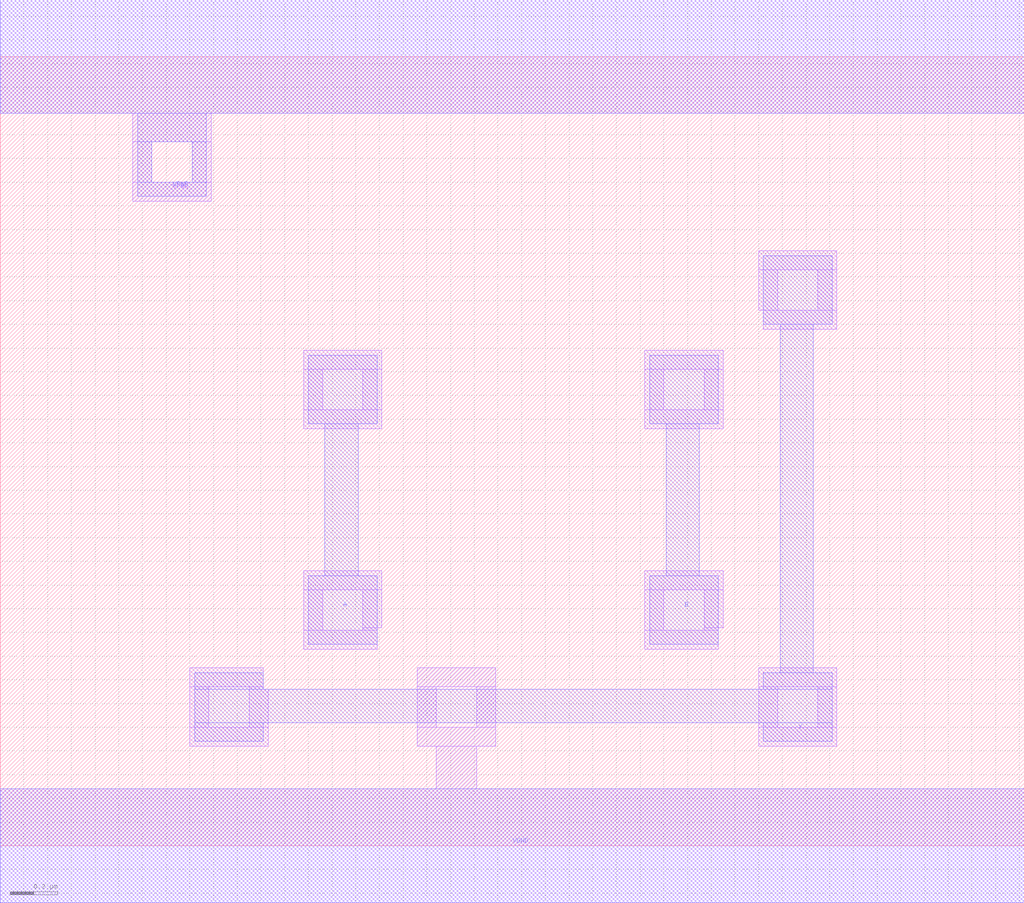
<source format=lef>
VERSION 5.7 ;
  NOWIREEXTENSIONATPIN ON ;
  DIVIDERCHAR "/" ;
  BUSBITCHARS "[]" ;
MACRO NOR2X1
  CLASS CORE ;
  FOREIGN NOR2X1 ;
  ORIGIN 0.000 0.000 ;
  SIZE 4.320 BY 3.330 ;
  SYMMETRY X Y R90 ;
  SITE unit ;
  PIN VPWR
    DIRECTION INOUT ;
    USE POWER ;
    SHAPE ABUTMENT ;
    PORT
      LAYER met1 ;
        RECT 0.000 3.090 4.320 3.570 ;
        RECT 0.580 2.970 0.870 3.090 ;
        RECT 0.580 2.800 0.640 2.970 ;
        RECT 0.810 2.800 0.870 2.970 ;
        RECT 0.580 2.740 0.870 2.800 ;
    END
    PORT
      LAYER li1 ;
        RECT 0.000 3.090 4.320 3.570 ;
        RECT 0.560 2.970 0.890 3.090 ;
        RECT 0.560 2.800 0.640 2.970 ;
        RECT 0.810 2.800 0.890 2.970 ;
        RECT 0.560 2.720 0.890 2.800 ;
    END
  END VPWR
  PIN VGND
    DIRECTION INOUT ;
    USE GROUND ;
    SHAPE ABUTMENT ;
    PORT
      LAYER met1 ;
        RECT 0.000 -0.240 4.320 0.240 ;
    END
    PORT
      LAYER li1 ;
        RECT 1.760 0.670 2.090 0.750 ;
        RECT 1.760 0.500 1.840 0.670 ;
        RECT 2.010 0.500 2.090 0.670 ;
        RECT 1.760 0.420 2.090 0.500 ;
        RECT 1.840 0.240 2.010 0.420 ;
        RECT 0.000 -0.240 4.320 0.240 ;
    END
  END VGND
  PIN Y
    DIRECTION INOUT ;
    USE SIGNAL ;
    SHAPE ABUTMENT ;
    PORT
      LAYER met1 ;
        RECT 3.220 2.200 3.510 2.490 ;
        RECT 3.290 0.730 3.430 2.200 ;
        RECT 0.820 0.660 1.110 0.730 ;
        RECT 3.220 0.660 3.510 0.730 ;
        RECT 0.820 0.520 3.510 0.660 ;
        RECT 0.820 0.440 1.110 0.520 ;
        RECT 3.220 0.440 3.510 0.520 ;
    END
  END Y
  PIN B
    DIRECTION INOUT ;
    USE SIGNAL ;
    SHAPE ABUTMENT ;
    PORT
      LAYER met1 ;
        RECT 2.740 1.780 3.030 2.070 ;
        RECT 2.810 1.140 2.950 1.780 ;
        RECT 2.740 0.850 3.030 1.140 ;
    END
  END B
  PIN A
    DIRECTION INOUT ;
    USE SIGNAL ;
    SHAPE ABUTMENT ;
    PORT
      LAYER met1 ;
        RECT 1.300 1.780 1.590 2.070 ;
        RECT 1.370 1.140 1.510 1.780 ;
        RECT 1.300 0.850 1.590 1.140 ;
    END
  END A
  OBS
      LAYER li1 ;
        RECT 3.200 2.430 3.530 2.510 ;
        RECT 3.200 2.260 3.280 2.430 ;
        RECT 3.450 2.260 3.530 2.430 ;
        RECT 3.220 2.180 3.530 2.260 ;
        RECT 1.280 2.010 1.610 2.090 ;
        RECT 1.280 1.840 1.360 2.010 ;
        RECT 1.530 1.840 1.610 2.010 ;
        RECT 1.280 1.760 1.610 1.840 ;
        RECT 2.720 2.010 3.050 2.090 ;
        RECT 2.720 1.840 2.800 2.010 ;
        RECT 2.970 1.840 3.050 2.010 ;
        RECT 2.720 1.760 3.050 1.840 ;
        RECT 1.280 1.080 1.610 1.160 ;
        RECT 1.280 0.910 1.360 1.080 ;
        RECT 1.530 0.920 1.610 1.080 ;
        RECT 2.720 1.080 3.050 1.160 ;
        RECT 1.530 0.910 1.590 0.920 ;
        RECT 1.280 0.830 1.590 0.910 ;
        RECT 2.720 0.910 2.800 1.080 ;
        RECT 2.970 0.920 3.050 1.080 ;
        RECT 2.970 0.910 3.030 0.920 ;
        RECT 2.720 0.830 3.030 0.910 ;
        RECT 0.800 0.670 1.110 0.750 ;
        RECT 0.800 0.500 0.880 0.670 ;
        RECT 1.050 0.660 1.110 0.670 ;
        RECT 3.200 0.670 3.530 0.750 ;
        RECT 1.050 0.500 1.130 0.660 ;
        RECT 0.800 0.420 1.130 0.500 ;
        RECT 3.200 0.500 3.280 0.670 ;
        RECT 3.450 0.500 3.530 0.670 ;
        RECT 3.200 0.420 3.530 0.500 ;
  END
END NOR2X1
END LIBRARY


</source>
